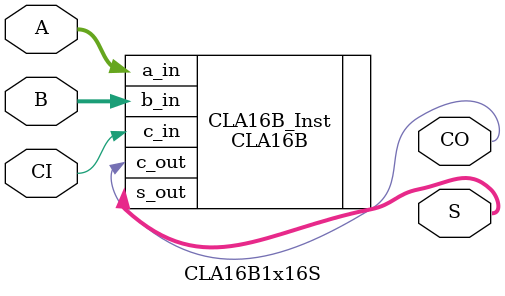
<source format=v>
`timescale 1 ns / 1 ns


module CLA16B1x16S(A, B, CI, S, CO);
   input [15:0]  A;
   input [15:0]  B;
   input         CI;
   output [15:0] S;
   output        CO;
   
   
   
   CLA16B CLA16B_Inst(.a_in(A[15:0]), .b_in(B[15:0]), .c_in(CI), .s_out(S[15:0]), .c_out(CO));
   
endmodule

</source>
